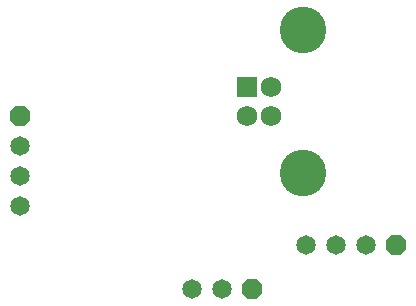
<source format=gbs>
%FSLAX25Y25*%
%MOIN*%
G70*
G01*
G75*
G04 Layer_Color=16711935*
%ADD10R,0.05906X0.05118*%
%ADD11R,0.04921X0.01181*%
%ADD12R,0.05118X0.05906*%
%ADD13R,0.08012X0.05906*%
%ADD14R,0.08661X0.05906*%
%ADD15C,0.03937*%
%ADD16C,0.01181*%
%ADD17C,0.05906*%
G04:AMPARAMS|DCode=18|XSize=59.06mil|YSize=59.06mil|CornerRadius=0mil|HoleSize=0mil|Usage=FLASHONLY|Rotation=270.000|XOffset=0mil|YOffset=0mil|HoleType=Round|Shape=Octagon|*
%AMOCTAGOND18*
4,1,8,-0.01476,-0.02953,0.01476,-0.02953,0.02953,-0.01476,0.02953,0.01476,0.01476,0.02953,-0.01476,0.02953,-0.02953,0.01476,-0.02953,-0.01476,-0.01476,-0.02953,0.0*
%
%ADD18OCTAGOND18*%

G04:AMPARAMS|DCode=19|XSize=59.06mil|YSize=59.06mil|CornerRadius=0mil|HoleSize=0mil|Usage=FLASHONLY|Rotation=180.000|XOffset=0mil|YOffset=0mil|HoleType=Round|Shape=Octagon|*
%AMOCTAGOND19*
4,1,8,-0.02953,0.01476,-0.02953,-0.01476,-0.01476,-0.02953,0.01476,-0.02953,0.02953,-0.01476,0.02953,0.01476,0.01476,0.02953,-0.01476,0.02953,-0.02953,0.01476,0.0*
%
%ADD19OCTAGOND19*%

%ADD20C,0.14961*%
%ADD21C,0.06299*%
%ADD22R,0.06299X0.06299*%
%ADD23C,0.02756*%
%ADD24C,0.03937*%
%ADD25C,0.05512*%
%ADD26C,0.01000*%
%ADD27C,0.00984*%
%ADD28C,0.00394*%
%ADD29C,0.00800*%
%ADD30C,0.00787*%
%ADD31C,0.00591*%
%ADD32R,0.04000X0.04000*%
%ADD33R,0.06496X0.05709*%
%ADD34R,0.05512X0.01772*%
%ADD35R,0.05709X0.06496*%
%ADD36R,0.08603X0.06496*%
%ADD37R,0.09252X0.06496*%
%ADD38C,0.06496*%
G04:AMPARAMS|DCode=39|XSize=64.96mil|YSize=64.96mil|CornerRadius=0mil|HoleSize=0mil|Usage=FLASHONLY|Rotation=270.000|XOffset=0mil|YOffset=0mil|HoleType=Round|Shape=Octagon|*
%AMOCTAGOND39*
4,1,8,-0.01624,-0.03248,0.01624,-0.03248,0.03248,-0.01624,0.03248,0.01624,0.01624,0.03248,-0.01624,0.03248,-0.03248,0.01624,-0.03248,-0.01624,-0.01624,-0.03248,0.0*
%
%ADD39OCTAGOND39*%

G04:AMPARAMS|DCode=40|XSize=64.96mil|YSize=64.96mil|CornerRadius=0mil|HoleSize=0mil|Usage=FLASHONLY|Rotation=180.000|XOffset=0mil|YOffset=0mil|HoleType=Round|Shape=Octagon|*
%AMOCTAGOND40*
4,1,8,-0.03248,0.01624,-0.03248,-0.01624,-0.01624,-0.03248,0.01624,-0.03248,0.03248,-0.01624,0.03248,0.01624,0.01624,0.03248,-0.01624,0.03248,-0.03248,0.01624,0.0*
%
%ADD40OCTAGOND40*%

%ADD41C,0.15551*%
%ADD42C,0.06890*%
%ADD43R,0.06890X0.06890*%
D38*
X60000Y97500D02*
D03*
Y107500D02*
D03*
Y117500D02*
D03*
X117500Y70000D02*
D03*
X127500D02*
D03*
X155500Y84500D02*
D03*
X165500D02*
D03*
X175500D02*
D03*
D39*
X60000Y127500D02*
D03*
D40*
X137500Y70000D02*
D03*
X185500Y84500D02*
D03*
D41*
X154449Y108799D02*
D03*
Y156201D02*
D03*
D42*
X143780Y127579D02*
D03*
Y137421D02*
D03*
X135906Y127579D02*
D03*
D43*
Y137421D02*
D03*
M02*

</source>
